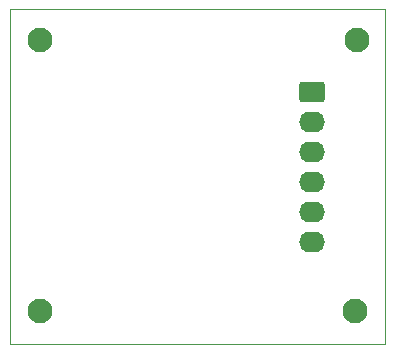
<source format=gbr>
%TF.GenerationSoftware,KiCad,Pcbnew,8.0.8*%
%TF.CreationDate,2025-06-30T12:02:43+05:30*%
%TF.ProjectId,Serial Basic CH340C,53657269-616c-4204-9261-736963204348,rev?*%
%TF.SameCoordinates,Original*%
%TF.FileFunction,Soldermask,Bot*%
%TF.FilePolarity,Negative*%
%FSLAX46Y46*%
G04 Gerber Fmt 4.6, Leading zero omitted, Abs format (unit mm)*
G04 Created by KiCad (PCBNEW 8.0.8) date 2025-06-30 12:02:43*
%MOMM*%
%LPD*%
G01*
G04 APERTURE LIST*
G04 Aperture macros list*
%AMRoundRect*
0 Rectangle with rounded corners*
0 $1 Rounding radius*
0 $2 $3 $4 $5 $6 $7 $8 $9 X,Y pos of 4 corners*
0 Add a 4 corners polygon primitive as box body*
4,1,4,$2,$3,$4,$5,$6,$7,$8,$9,$2,$3,0*
0 Add four circle primitives for the rounded corners*
1,1,$1+$1,$2,$3*
1,1,$1+$1,$4,$5*
1,1,$1+$1,$6,$7*
1,1,$1+$1,$8,$9*
0 Add four rect primitives between the rounded corners*
20,1,$1+$1,$2,$3,$4,$5,0*
20,1,$1+$1,$4,$5,$6,$7,0*
20,1,$1+$1,$6,$7,$8,$9,0*
20,1,$1+$1,$8,$9,$2,$3,0*%
G04 Aperture macros list end*
%ADD10C,2.100000*%
%ADD11RoundRect,0.250000X-0.845000X0.620000X-0.845000X-0.620000X0.845000X-0.620000X0.845000X0.620000X0*%
%ADD12O,2.190000X1.740000*%
%TA.AperFunction,Profile*%
%ADD13C,0.050000*%
%TD*%
G04 APERTURE END LIST*
D10*
%TO.C,H1*%
X106400000Y-50000000D03*
%TD*%
%TO.C,H4*%
X133000000Y-73000000D03*
%TD*%
%TO.C,H3*%
X106400000Y-73000000D03*
%TD*%
%TO.C,H2*%
X133200000Y-50000000D03*
%TD*%
D11*
%TO.C,J1*%
X129400000Y-54460000D03*
D12*
X129400000Y-57000000D03*
X129400000Y-59540000D03*
X129400000Y-62080000D03*
X129400000Y-64620000D03*
X129400000Y-67160000D03*
%TD*%
D13*
X103800000Y-47400000D02*
X135600000Y-47400000D01*
X135600000Y-75800000D01*
X103800000Y-75800000D01*
X103800000Y-47400000D01*
M02*

</source>
